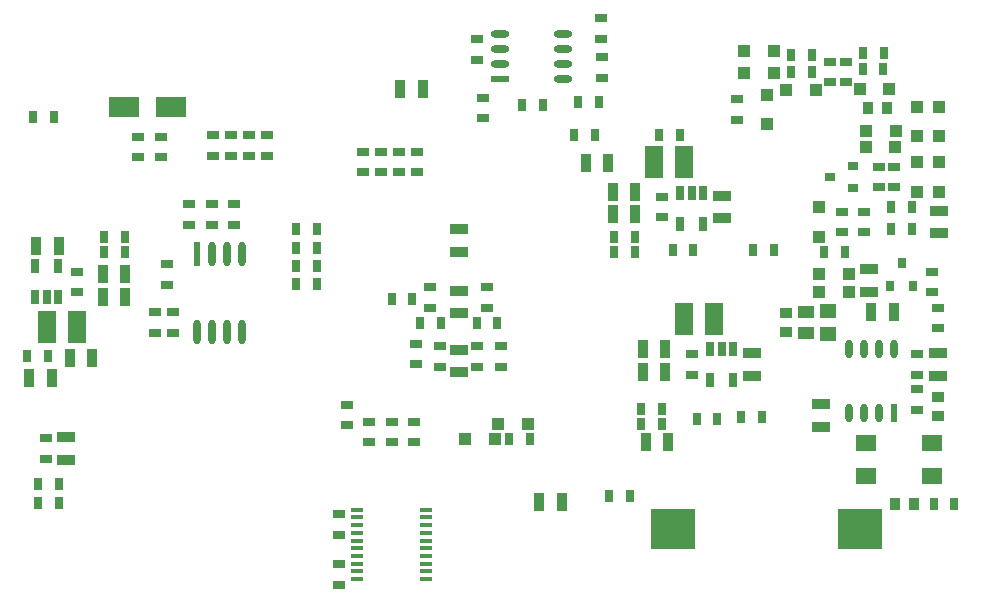
<source format=gbp>
G04 #@! TF.GenerationSoftware,KiCad,Pcbnew,5.0.0-rc3+dfsg1-2*
G04 #@! TF.CreationDate,2018-07-17T15:17:26+02:00*
G04 #@! TF.ProjectId,ulx3s,756C7833732E6B696361645F70636200,rev?*
G04 #@! TF.SameCoordinates,Original*
G04 #@! TF.FileFunction,Paste,Bot*
G04 #@! TF.FilePolarity,Positive*
%FSLAX46Y46*%
G04 Gerber Fmt 4.6, Leading zero omitted, Abs format (unit mm)*
G04 Created by KiCad (PCBNEW 5.0.0-rc3+dfsg1-2) date Tue Jul 17 15:17:26 2018*
%MOMM*%
%LPD*%
G01*
G04 APERTURE LIST*
%ADD10R,0.670000X1.000000*%
%ADD11R,3.700000X3.500000*%
%ADD12R,1.550000X0.600000*%
%ADD13O,1.550000X0.600000*%
%ADD14R,0.600000X2.100000*%
%ADD15O,0.600000X2.100000*%
%ADD16R,0.600000X1.550000*%
%ADD17O,0.600000X1.550000*%
%ADD18R,1.000000X0.400000*%
%ADD19R,0.700000X1.200000*%
%ADD20R,1.800000X1.400000*%
%ADD21R,0.970000X1.500000*%
%ADD22R,1.500000X0.970000*%
%ADD23R,1.000000X0.670000*%
%ADD24R,1.000000X1.000000*%
%ADD25R,1.500000X2.700000*%
%ADD26R,2.500000X1.800000*%
%ADD27R,0.800000X0.900000*%
%ADD28R,0.900000X0.800000*%
%ADD29R,0.820000X1.000000*%
%ADD30R,1.000000X0.820000*%
%ADD31R,1.400000X1.120000*%
%ADD32R,1.400000X1.295000*%
G04 APERTURE END LIST*
D10*
G04 #@! TO.C,C49*
X103738000Y-91156000D03*
X101988000Y-91156000D03*
G04 #@! TD*
D11*
G04 #@! TO.C,BAT1*
X172485000Y-105870000D03*
X156685000Y-105870000D03*
G04 #@! TD*
D12*
G04 #@! TO.C,U11*
X141980000Y-67706500D03*
D13*
X141980000Y-66436500D03*
X141980000Y-65166500D03*
X141980000Y-63896500D03*
X147380000Y-63896500D03*
X147380000Y-65166500D03*
X147380000Y-66436500D03*
X147380000Y-67706500D03*
G04 #@! TD*
D14*
G04 #@! TO.C,U10*
X116340000Y-82520000D03*
D15*
X117610000Y-82520000D03*
X118880000Y-82520000D03*
X120150000Y-82520000D03*
X120150000Y-89124000D03*
X118880000Y-89124000D03*
X117610000Y-89124000D03*
X116340000Y-89124000D03*
G04 #@! TD*
D16*
G04 #@! TO.C,U7*
X175395000Y-96015000D03*
D17*
X174125000Y-96015000D03*
X172855000Y-96015000D03*
X171585000Y-96015000D03*
X171585000Y-90615000D03*
X172855000Y-90615000D03*
X174125000Y-90615000D03*
X175395000Y-90615000D03*
G04 #@! TD*
D18*
G04 #@! TO.C,U6*
X129935000Y-104215000D03*
X129935000Y-104865000D03*
X129935000Y-105515000D03*
X129935000Y-106165000D03*
X129935000Y-106815000D03*
X129935000Y-107465000D03*
X129935000Y-108115000D03*
X129935000Y-108765000D03*
X129935000Y-109415000D03*
X129935000Y-110065000D03*
X135735000Y-110065000D03*
X135735000Y-109415000D03*
X135735000Y-108765000D03*
X135735000Y-108115000D03*
X135735000Y-107465000D03*
X135735000Y-106815000D03*
X135735000Y-106165000D03*
X135735000Y-105515000D03*
X135735000Y-104865000D03*
X135735000Y-104215000D03*
G04 #@! TD*
D19*
G04 #@! TO.C,U5*
X157285000Y-77392000D03*
X158235000Y-77392000D03*
X159185000Y-77392000D03*
X159185000Y-79992000D03*
X157285000Y-79992000D03*
G04 #@! TD*
G04 #@! TO.C,U3*
X159825000Y-90600000D03*
X160775000Y-90600000D03*
X161725000Y-90600000D03*
X161725000Y-93200000D03*
X159825000Y-93200000D03*
G04 #@! TD*
G04 #@! TO.C,U4*
X104575000Y-86215000D03*
X103625000Y-86215000D03*
X102675000Y-86215000D03*
X102675000Y-83615000D03*
X104575000Y-83615000D03*
G04 #@! TD*
D20*
G04 #@! TO.C,Y2*
X178576000Y-98522000D03*
X172976000Y-98522000D03*
X172976000Y-101322000D03*
X178576000Y-101322000D03*
G04 #@! TD*
D21*
G04 #@! TO.C,C47*
X133546000Y-68550000D03*
X135456000Y-68550000D03*
G04 #@! TD*
G04 #@! TO.C,C1*
X102748500Y-81885000D03*
X104658500Y-81885000D03*
G04 #@! TD*
D10*
G04 #@! TO.C,C2*
X153985000Y-96910000D03*
X155735000Y-96910000D03*
G04 #@! TD*
D21*
G04 #@! TO.C,C3*
X156015000Y-90630000D03*
X154105000Y-90630000D03*
G04 #@! TD*
G04 #@! TO.C,C4*
X154105000Y-92535000D03*
X156015000Y-92535000D03*
G04 #@! TD*
D22*
G04 #@! TO.C,C5*
X163315000Y-90945000D03*
X163315000Y-92855000D03*
G04 #@! TD*
D10*
G04 #@! TO.C,C6*
X151645000Y-82375000D03*
X153395000Y-82375000D03*
G04 #@! TD*
D21*
G04 #@! TO.C,C7*
X153475000Y-79200000D03*
X151565000Y-79200000D03*
G04 #@! TD*
G04 #@! TO.C,C8*
X153475000Y-77295000D03*
X151565000Y-77295000D03*
G04 #@! TD*
D22*
G04 #@! TO.C,C9*
X160775000Y-79520000D03*
X160775000Y-77610000D03*
G04 #@! TD*
D10*
G04 #@! TO.C,C10*
X108465000Y-81105000D03*
X110215000Y-81105000D03*
G04 #@! TD*
D21*
G04 #@! TO.C,C11*
X108385000Y-84280000D03*
X110295000Y-84280000D03*
G04 #@! TD*
G04 #@! TO.C,C12*
X110295000Y-86185000D03*
X108385000Y-86185000D03*
G04 #@! TD*
D22*
G04 #@! TO.C,C13*
X173221000Y-83833000D03*
X173221000Y-85743000D03*
G04 #@! TD*
D23*
G04 #@! TO.C,C14*
X175380000Y-76900000D03*
X175380000Y-75150000D03*
G04 #@! TD*
D22*
G04 #@! TO.C,C15*
X105276000Y-99967000D03*
X105276000Y-98057000D03*
G04 #@! TD*
D21*
G04 #@! TO.C,C16*
X173424000Y-87473000D03*
X175334000Y-87473000D03*
G04 #@! TD*
D22*
G04 #@! TO.C,C17*
X138500000Y-90665000D03*
X138500000Y-92575000D03*
G04 #@! TD*
D23*
G04 #@! TO.C,C18*
X150589600Y-64359000D03*
X150589600Y-62609000D03*
G04 #@! TD*
D22*
G04 #@! TO.C,C19*
X138500000Y-82375000D03*
X138500000Y-80465000D03*
G04 #@! TD*
G04 #@! TO.C,C20*
X138500000Y-87575000D03*
X138500000Y-85665000D03*
G04 #@! TD*
D21*
G04 #@! TO.C,C21*
X104072000Y-93061000D03*
X102162000Y-93061000D03*
G04 #@! TD*
G04 #@! TO.C,C22*
X154359000Y-98504000D03*
X156269000Y-98504000D03*
G04 #@! TD*
G04 #@! TO.C,C23*
X105591000Y-91392000D03*
X107501000Y-91392000D03*
G04 #@! TD*
G04 #@! TO.C,C24*
X151189000Y-74882000D03*
X149279000Y-74882000D03*
G04 #@! TD*
D23*
G04 #@! TO.C,C25*
X140900000Y-87095000D03*
X140900000Y-85345000D03*
G04 #@! TD*
G04 #@! TO.C,C26*
X136100000Y-87095000D03*
X136100000Y-85345000D03*
G04 #@! TD*
G04 #@! TO.C,C27*
X136900000Y-92095000D03*
X136900000Y-90345000D03*
G04 #@! TD*
G04 #@! TO.C,C28*
X140100000Y-90345000D03*
X140100000Y-92095000D03*
G04 #@! TD*
G04 #@! TO.C,C29*
X142100000Y-92095000D03*
X142100000Y-90345000D03*
G04 #@! TD*
G04 #@! TO.C,C30*
X134900000Y-90145000D03*
X134900000Y-91895000D03*
G04 #@! TD*
D10*
G04 #@! TO.C,C31*
X135225000Y-88420000D03*
X136975000Y-88420000D03*
G04 #@! TD*
G04 #@! TO.C,C32*
X140025000Y-88420000D03*
X141775000Y-88420000D03*
G04 #@! TD*
G04 #@! TO.C,C33*
X163425000Y-82220000D03*
X165175000Y-82220000D03*
G04 #@! TD*
G04 #@! TO.C,C34*
X158375000Y-82220000D03*
X156625000Y-82220000D03*
G04 #@! TD*
D23*
G04 #@! TO.C,C35*
X177300000Y-94025000D03*
X177300000Y-95775000D03*
G04 #@! TD*
D21*
G04 #@! TO.C,C46*
X145342000Y-103584000D03*
X147252000Y-103584000D03*
G04 #@! TD*
D10*
G04 #@! TO.C,C48*
X104246000Y-70963000D03*
X102496000Y-70963000D03*
G04 #@! TD*
D23*
G04 #@! TO.C,C50*
X179063000Y-88856000D03*
X179063000Y-87106000D03*
G04 #@! TD*
D10*
G04 #@! TO.C,C51*
X180473000Y-103711000D03*
X178723000Y-103711000D03*
G04 #@! TD*
G04 #@! TO.C,C52*
X158645000Y-96490000D03*
X160395000Y-96490000D03*
G04 #@! TD*
G04 #@! TO.C,C53*
X132827200Y-86330000D03*
X134577200Y-86330000D03*
G04 #@! TD*
D22*
G04 #@! TO.C,C54*
X169172000Y-95281000D03*
X169172000Y-97191000D03*
G04 #@! TD*
G04 #@! TO.C,D11*
X179190000Y-80790000D03*
X179190000Y-78880000D03*
G04 #@! TD*
D24*
G04 #@! TO.C,D10*
X169050000Y-84280000D03*
X171550000Y-84280000D03*
G04 #@! TD*
G04 #@! TO.C,D12*
X169030000Y-78585000D03*
X169030000Y-81085000D03*
G04 #@! TD*
G04 #@! TO.C,D13*
X171550000Y-85804000D03*
X169050000Y-85804000D03*
G04 #@! TD*
G04 #@! TO.C,D14*
X179190000Y-74775000D03*
X179190000Y-77275000D03*
G04 #@! TD*
G04 #@! TO.C,D15*
X177285000Y-77275000D03*
X177285000Y-74775000D03*
G04 #@! TD*
G04 #@! TO.C,D16*
X172987000Y-73503000D03*
X175487000Y-73503000D03*
G04 #@! TD*
G04 #@! TO.C,D17*
X164585000Y-69060000D03*
X164585000Y-71560000D03*
G04 #@! TD*
G04 #@! TO.C,D20*
X168756000Y-68659000D03*
X166256000Y-68659000D03*
G04 #@! TD*
G04 #@! TO.C,D21*
X174979000Y-68550000D03*
X172479000Y-68550000D03*
G04 #@! TD*
G04 #@! TO.C,D23*
X165200000Y-67262000D03*
X162700000Y-67262000D03*
G04 #@! TD*
G04 #@! TO.C,D24*
X162700000Y-65357000D03*
X165200000Y-65357000D03*
G04 #@! TD*
G04 #@! TO.C,D25*
X177285000Y-72594000D03*
X177285000Y-70094000D03*
G04 #@! TD*
G04 #@! TO.C,D26*
X179190000Y-70094000D03*
X179190000Y-72594000D03*
G04 #@! TD*
D23*
G04 #@! TO.C,R49*
X113277000Y-74360000D03*
X113277000Y-72610000D03*
G04 #@! TD*
G04 #@! TO.C,R50*
X111372000Y-72610000D03*
X111372000Y-74360000D03*
G04 #@! TD*
D10*
G04 #@! TO.C,R51*
X155455000Y-72487000D03*
X157205000Y-72487000D03*
G04 #@! TD*
D23*
G04 #@! TO.C,R52*
X171331000Y-66278000D03*
X171331000Y-68028000D03*
G04 #@! TD*
G04 #@! TO.C,R53*
X169919000Y-68028000D03*
X169919000Y-66278000D03*
G04 #@! TD*
D10*
G04 #@! TO.C,R54*
X174477000Y-65502000D03*
X172727000Y-65502000D03*
G04 #@! TD*
D23*
G04 #@! TO.C,R56*
X128390000Y-106321000D03*
X128390000Y-104571000D03*
G04 #@! TD*
G04 #@! TO.C,R57*
X117722000Y-72483000D03*
X117722000Y-74233000D03*
G04 #@! TD*
G04 #@! TO.C,R58*
X119246000Y-74233000D03*
X119246000Y-72483000D03*
G04 #@! TD*
G04 #@! TO.C,R59*
X120770000Y-72483000D03*
X120770000Y-74233000D03*
G04 #@! TD*
G04 #@! TO.C,R60*
X122294000Y-74233000D03*
X122294000Y-72483000D03*
G04 #@! TD*
D10*
G04 #@! TO.C,R61*
X145655000Y-69900000D03*
X143905000Y-69900000D03*
G04 #@! TD*
G04 #@! TO.C,R40*
X166631000Y-65738000D03*
X168381000Y-65738000D03*
G04 #@! TD*
D23*
G04 #@! TO.C,R55*
X134740000Y-96740000D03*
X134740000Y-98490000D03*
G04 #@! TD*
D22*
G04 #@! TO.C,C55*
X179078000Y-90963000D03*
X179078000Y-92873000D03*
G04 #@! TD*
D23*
G04 #@! TO.C,R65*
X177300000Y-92793000D03*
X177300000Y-91043000D03*
G04 #@! TD*
D25*
G04 #@! TO.C,L1*
X160140000Y-88090000D03*
X157600000Y-88090000D03*
G04 #@! TD*
G04 #@! TO.C,L2*
X103625000Y-88725000D03*
X106165000Y-88725000D03*
G04 #@! TD*
G04 #@! TO.C,L3*
X155060000Y-74755000D03*
X157600000Y-74755000D03*
G04 #@! TD*
D10*
G04 #@! TO.C,R1*
X171175000Y-82375000D03*
X169425000Y-82375000D03*
G04 #@! TD*
D23*
G04 #@! TO.C,R2*
X172840000Y-78960000D03*
X172840000Y-80710000D03*
G04 #@! TD*
G04 #@! TO.C,R3*
X162045000Y-71185000D03*
X162045000Y-69435000D03*
G04 #@! TD*
D10*
G04 #@! TO.C,R4*
X176890000Y-80470000D03*
X175140000Y-80470000D03*
G04 #@! TD*
D23*
G04 #@! TO.C,R5*
X174110000Y-75150000D03*
X174110000Y-76900000D03*
G04 #@! TD*
G04 #@! TO.C,R6*
X178555000Y-85790000D03*
X178555000Y-84040000D03*
G04 #@! TD*
G04 #@! TO.C,R7*
X113785000Y-85155000D03*
X113785000Y-83405000D03*
G04 #@! TD*
G04 #@! TO.C,R8*
X170935000Y-80710000D03*
X170935000Y-78960000D03*
G04 #@! TD*
G04 #@! TO.C,R9*
X128390000Y-110555000D03*
X128390000Y-108805000D03*
G04 #@! TD*
D10*
G04 #@! TO.C,R10*
X151264000Y-103076000D03*
X153014000Y-103076000D03*
G04 #@! TD*
D23*
G04 #@! TO.C,R11*
X119515000Y-80093000D03*
X119515000Y-78343000D03*
G04 #@! TD*
G04 #@! TO.C,R12*
X114308000Y-89219000D03*
X114308000Y-87469000D03*
G04 #@! TD*
D10*
G04 #@! TO.C,R13*
X175140000Y-78565000D03*
X176890000Y-78565000D03*
G04 #@! TD*
G04 #@! TO.C,R14*
X124721000Y-85060000D03*
X126471000Y-85060000D03*
G04 #@! TD*
G04 #@! TO.C,R15*
X126471000Y-83536000D03*
X124721000Y-83536000D03*
G04 #@! TD*
G04 #@! TO.C,R16*
X124721000Y-82012000D03*
X126471000Y-82012000D03*
G04 #@! TD*
G04 #@! TO.C,R17*
X126471000Y-80470000D03*
X124721000Y-80470000D03*
G04 #@! TD*
D23*
G04 #@! TO.C,R18*
X130422000Y-73898000D03*
X130422000Y-75648000D03*
G04 #@! TD*
G04 #@! TO.C,R19*
X131961000Y-73898000D03*
X131961000Y-75648000D03*
G04 #@! TD*
G04 #@! TO.C,R20*
X133485000Y-73898000D03*
X133485000Y-75648000D03*
G04 #@! TD*
G04 #@! TO.C,R21*
X135009000Y-75648000D03*
X135009000Y-73898000D03*
G04 #@! TD*
G04 #@! TO.C,R22*
X140025500Y-66105000D03*
X140025500Y-64355000D03*
G04 #@! TD*
G04 #@! TO.C,R23*
X140597000Y-71076000D03*
X140597000Y-69326000D03*
G04 #@! TD*
G04 #@! TO.C,R24*
X150615000Y-67647000D03*
X150615000Y-65897000D03*
G04 #@! TD*
D10*
G04 #@! TO.C,R25*
X148300000Y-72487000D03*
X150050000Y-72487000D03*
G04 #@! TD*
G04 #@! TO.C,R26*
X150362000Y-69693000D03*
X148612000Y-69693000D03*
G04 #@! TD*
D23*
G04 #@! TO.C,R27*
X129025000Y-95300000D03*
X129025000Y-97050000D03*
G04 #@! TD*
G04 #@! TO.C,R28*
X117595000Y-78343000D03*
X117595000Y-80093000D03*
G04 #@! TD*
G04 #@! TO.C,R29*
X112784000Y-89219000D03*
X112784000Y-87469000D03*
G04 #@! TD*
G04 #@! TO.C,R30*
X115690000Y-78343000D03*
X115690000Y-80093000D03*
G04 #@! TD*
D10*
G04 #@! TO.C,R31*
X142755000Y-98250000D03*
X144505000Y-98250000D03*
G04 #@! TD*
D23*
G04 #@! TO.C,R32*
X132835000Y-98490000D03*
X132835000Y-96740000D03*
G04 #@! TD*
G04 #@! TO.C,R33*
X130930000Y-96740000D03*
X130930000Y-98490000D03*
G04 #@! TD*
D10*
G04 #@! TO.C,R34*
X102877000Y-103600000D03*
X104627000Y-103600000D03*
G04 #@! TD*
G04 #@! TO.C,R35*
X102877000Y-102060000D03*
X104627000Y-102060000D03*
G04 #@! TD*
D23*
G04 #@! TO.C,R38*
X103576500Y-99905000D03*
X103576500Y-98155000D03*
G04 #@! TD*
D10*
G04 #@! TO.C,R39*
X164190000Y-96345000D03*
X162440000Y-96345000D03*
G04 #@! TD*
G04 #@! TO.C,R63*
X168381000Y-67135000D03*
X166631000Y-67135000D03*
G04 #@! TD*
G04 #@! TO.C,R64*
X174475000Y-66899000D03*
X172725000Y-66899000D03*
G04 #@! TD*
G04 #@! TO.C,RA1*
X153985000Y-95640000D03*
X155735000Y-95640000D03*
G04 #@! TD*
G04 #@! TO.C,RA2*
X110215000Y-82375000D03*
X108465000Y-82375000D03*
G04 #@! TD*
G04 #@! TO.C,RA3*
X151645000Y-81105000D03*
X153395000Y-81105000D03*
G04 #@! TD*
D23*
G04 #@! TO.C,RB1*
X158235000Y-92775000D03*
X158235000Y-91025000D03*
G04 #@! TD*
G04 #@! TO.C,RB2*
X106165000Y-85790000D03*
X106165000Y-84040000D03*
G04 #@! TD*
G04 #@! TO.C,RB3*
X155695000Y-79440000D03*
X155695000Y-77690000D03*
G04 #@! TD*
D26*
G04 #@! TO.C,D8*
X110149000Y-70074000D03*
X114149000Y-70074000D03*
G04 #@! TD*
D27*
G04 #@! TO.C,Q1*
X176015000Y-83280000D03*
X175065000Y-85280000D03*
X176965000Y-85280000D03*
G04 #@! TD*
D28*
G04 #@! TO.C,Q2*
X171935000Y-75075000D03*
X171935000Y-76975000D03*
X169935000Y-76025000D03*
G04 #@! TD*
D24*
G04 #@! TO.C,D27*
X175502000Y-72106000D03*
X173002000Y-72106000D03*
G04 #@! TD*
D29*
G04 #@! TO.C,R66*
X173198000Y-70201000D03*
X174798000Y-70201000D03*
G04 #@! TD*
D30*
G04 #@! TO.C,C56*
X179078000Y-96274000D03*
X179078000Y-94674000D03*
G04 #@! TD*
D29*
G04 #@! TO.C,C57*
X177084000Y-103711000D03*
X175484000Y-103711000D03*
G04 #@! TD*
D31*
G04 #@! TO.C,C58*
X167902000Y-89242000D03*
X167902000Y-87482000D03*
G04 #@! TD*
D30*
G04 #@! TO.C,C59*
X166251000Y-89162000D03*
X166251000Y-87562000D03*
G04 #@! TD*
D32*
G04 #@! TO.C,L4*
X169807000Y-87394500D03*
X169807000Y-89329500D03*
G04 #@! TD*
D24*
G04 #@! TO.C,D28*
X144372000Y-96980000D03*
X141872000Y-96980000D03*
G04 #@! TD*
G04 #@! TO.C,D29*
X139058000Y-98250000D03*
X141558000Y-98250000D03*
G04 #@! TD*
M02*

</source>
